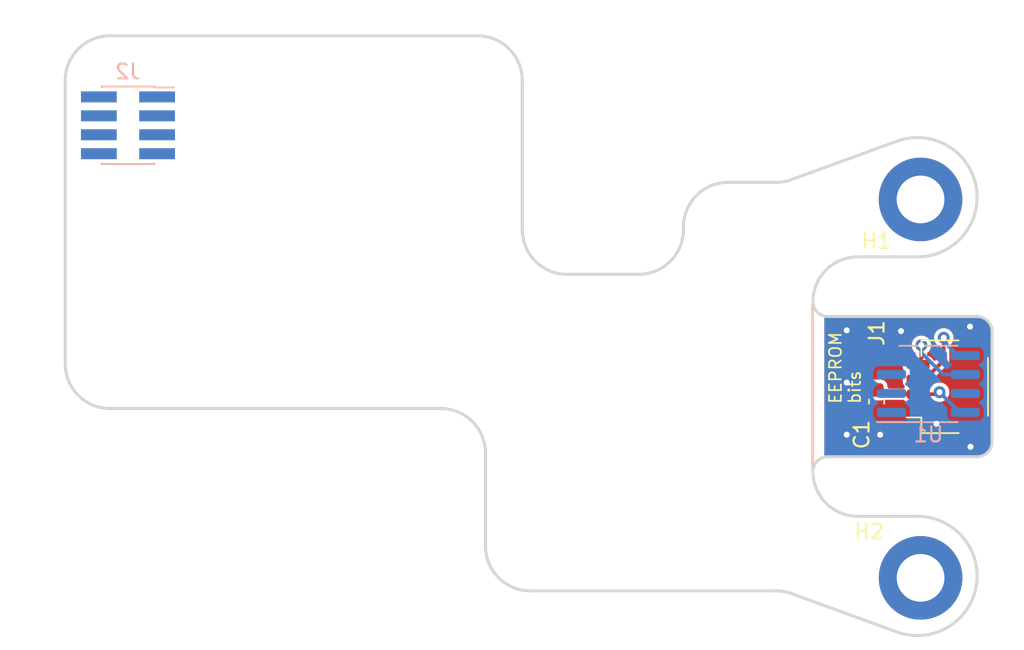
<source format=kicad_pcb>
(kicad_pcb (version 20221018) (generator pcbnew)
  (layers (0 "F.Cu" signal) (31 "B.Cu" signal) (34 "B.Paste" user) (35 "F.Paste" user) (36 "B.SilkS" user "B.Silkscreen") (37 "F.SilkS" user "F.Silkscreen") (38 "B.Mask" user) (39 "F.Mask" user) (44 "Edge.Cuts" user))
  (net 0 "")
  (net 1 "GNDS")
  (net 2 "+5VD")
  (net 3 "/SDA")
  (net 4 "/SCL")
  (net 9 "+5V")
  (net 10 "GND")
  (net 11 "/IO15")
  (net 12 "/IO7")
  (net 13 "/IO16")
  (net 14 "/IO6")
  (net 15 "/IO17")
  (net 16 "/IO5")
  (net 17 "/IO18")
  (net 18 "/IO4")
  (footprint "MountingHole:MountingHole_3.2mm_M3_DIN965_Pad_TopBottom" (layer "F.Cu") (at 104.343038 115.26877)
    (fp_text reference "H2" (at -3.449302 -3.102242) (layer "F.SilkS"))
    (fp_text value "MountingHole_Pad")
    (pad "1" thru_hole circle locked (at 0 0) (size 3.6 3.6) (drill 3.2) (layers "*.Cu" "*.Mask") (net 10 "GND"))
    (pad "1" connect circle locked (at 0 0) (size 5.6 5.6) (layers "F.Cu" "F.Mask") (net 10 "GND"))
    (pad "1" connect circle locked (at 0 0) (size 5.6 5.6) (layers "B.Cu" "B.Mask") (net 10 "GND"))
  )
  (footprint "Capacitor_SMD:C_0603_1608Metric" (layer "F.Cu") (at 101.393736 103.441528 -90)
    (fp_text reference "C1" (at 2.225 1 -90) (layer "F.SilkS"))
    (fp_text value "0603,100nF,50V,X7R ")
    (fp_line (start -0.14058 -0.51) (end 0.14058 -0.51) (stroke (width 0.12)) (layer "F.SilkS"))
    (fp_line (start -0.14058 0.51) (end 0.14058 0.51) (stroke (width 0.12)) (layer "F.SilkS"))
    (pad "1" smd roundrect (at -0.775 0 270) (size 0.9 0.95) (layers "F.Cu" "F.Paste" "F.Mask") (net 2 "+5VD"))
    (pad "2" smd roundrect (at 0.775 0 270) (size 0.9 0.95) (layers "F.Cu" "F.Paste" "F.Mask") (net 1 "GNDS"))
  )
  (footprint "MountingHole:MountingHole_3.2mm_M3_DIN965_Pad_TopBottom" (layer "F.Cu") (at 104.340748 89.886718)
    (fp_text reference "H1" (at -2.947012 2.77981) (layer "F.SilkS"))
    (fp_text value "MountingHole_Pad")
    (pad "1" thru_hole circle locked (at 0 0) (size 3.6 3.6) (drill 3.2) (layers "*.Cu" "*.Mask") (net 9 "+5V"))
    (pad "1" connect circle locked (at 0 0) (size 5.6 5.6) (layers "F.Cu" "F.Mask") (net 9 "+5V"))
    (pad "1" connect circle locked (at 0 0) (size 5.6 5.6) (layers "B.Cu" "B.Mask") (net 9 "+5V"))
  )
  (footprint "Connector_JST:JST_SH_SM04B-SRSS-TB_1x04-1MP_P1.00mm_Horizontal" (layer "F.Cu") (at 106.179172 102.450175 90)
    (fp_text reference "J1" (at 3.598729 -4.776051 90) (layer "F.SilkS"))
    (fp_text value "JST-SH-SM04B")
    (fp_line (start -3.11 -1.785) (end -2.06 -1.785) (stroke (width 0.12)) (layer "F.SilkS"))
    (fp_line (start -3.11 0.715) (end -3.11 -1.785) (stroke (width 0.12)) (layer "F.SilkS"))
    (fp_line (start -2.06 -1.785) (end -2.06 -2.775) (stroke (width 0.12)) (layer "F.SilkS"))
    (fp_line (start -1.94 2.685) (end 1.94 2.685) (stroke (width 0.12)) (layer "F.SilkS"))
    (fp_line (start 3.11 -1.785) (end 2.06 -1.785) (stroke (width 0.12)) (layer "F.SilkS"))
    (fp_line (start 3.11 0.715) (end 3.11 -1.785) (stroke (width 0.12)) (layer "F.SilkS"))
    (pad "1" smd roundrect (at -1.5 -2 90) (size 0.6 1.55) (layers "F.Cu" "F.Paste" "F.Mask") (net 1 "GNDS"))
    (pad "2" smd roundrect (at -0.5 -2 90) (size 0.6 1.55) (layers "F.Cu" "F.Paste" "F.Mask") (net 2 "+5VD"))
    (pad "3" smd roundrect (at 0.5 -2 90) (size 0.6 1.55) (layers "F.Cu" "F.Paste" "F.Mask") (net 3 "/SDA"))
    (pad "4" smd roundrect (at 1.5 -2 90) (size 0.6 1.55) (layers "F.Cu" "F.Paste" "F.Mask") (net 4 "/SCL"))
    (pad "MP" smd roundrect (at -2.8 1.875 90) (size 1.2 1.8) (layers "F.Cu" "F.Paste" "F.Mask") (roundrect_rratio 0.208333) (net 1 "GNDS"))
    (pad "MP" smd roundrect (at 2.8 1.875 90) (size 1.2 1.8) (layers "F.Cu" "F.Paste" "F.Mask") (roundrect_rratio 0.208333) (net 1 "GNDS"))
  )
  (footprint "Connector_PinHeader_1.27mm:PinHeader_2x04_P1.27mm_Vertical_SMD" (layer "B.Cu") (at 51.220131 84.913296 180)
    (fp_text reference "J2" (at 0 3.6) (layer "B.SilkS") (effects (justify mirror)))
    (fp_text value "Conn_02x04_Odd_Even")
    (fp_line (start -3.09 2.535) (end -1.765 2.535) (stroke (width 0.12)) (layer "B.SilkS"))
    (fp_line (start -1.765 -2.6) (end 1.765 -2.6) (stroke (width 0.12)) (layer "B.SilkS"))
    (fp_line (start -1.765 -2.535) (end -1.765 -2.6) (stroke (width 0.12)) (layer "B.SilkS"))
    (fp_line (start -1.765 2.6) (end -1.765 2.535) (stroke (width 0.12)) (layer "B.SilkS"))
    (fp_line (start -1.765 2.6) (end 1.765 2.6) (stroke (width 0.12)) (layer "B.SilkS"))
    (fp_line (start 1.765 -2.535) (end 1.765 -2.6) (stroke (width 0.12)) (layer "B.SilkS"))
    (fp_line (start 1.765 2.6) (end 1.765 2.535) (stroke (width 0.12)) (layer "B.SilkS"))
    (pad "1" smd rect locked (at -1.95 1.905 180) (size 2.4 0.74) (layers "B.Cu" "B.Paste" "B.Mask") (net 11 "/IO15"))
    (pad "2" smd rect locked (at 1.95 1.905 180) (size 2.4 0.74) (layers "B.Cu" "B.Paste" "B.Mask") (net 12 "/IO7"))
    (pad "3" smd rect locked (at -1.95 0.635 180) (size 2.4 0.74) (layers "B.Cu" "B.Paste" "B.Mask") (net 13 "/IO16"))
    (pad "4" smd rect locked (at 1.95 0.635 180) (size 2.4 0.74) (layers "B.Cu" "B.Paste" "B.Mask") (net 14 "/IO6"))
    (pad "5" smd rect locked (at -1.95 -0.635 180) (size 2.4 0.74) (layers "B.Cu" "B.Paste" "B.Mask") (net 15 "/IO17"))
    (pad "6" smd rect locked (at 1.95 -0.635 180) (size 2.4 0.74) (layers "B.Cu" "B.Paste" "B.Mask") (net 16 "/IO5"))
    (pad "7" smd rect locked (at -1.95 -1.905 180) (size 2.4 0.74) (layers "B.Cu" "B.Paste" "B.Mask") (net 17 "/IO18"))
    (pad "8" smd rect locked (at 1.95 -1.905 180) (size 2.4 0.74) (layers "B.Cu" "B.Paste" "B.Mask") (net 18 "/IO4"))
  )
  (footprint "Package_SO:SOIC-8_3.9x4.9mm_P1.27mm" (layer "B.Cu") (at 104.868736 102.261528)
    (fp_text reference "U1" (at 0 3.4) (layer "B.SilkS") (effects (justify mirror)))
    (fp_text value "M24C01-FMN")
    (fp_line (start 0 -2.56) (end -1.95 -2.56) (stroke (width 0.12)) (layer "B.SilkS"))
    (fp_line (start 0 -2.56) (end 1.95 -2.56) (stroke (width 0.12)) (layer "B.SilkS"))
    (fp_line (start 0 2.56) (end -3.45 2.56) (stroke (width 0.12)) (layer "B.SilkS"))
    (fp_line (start 0 2.56) (end 1.95 2.56) (stroke (width 0.12)) (layer "B.SilkS"))
    (pad "1" smd roundrect (at -2.475 1.905) (size 1.95 0.6) (layers "B.Cu" "B.Paste" "B.Mask"))
    (pad "2" smd roundrect (at -2.475 0.635) (size 1.95 0.6) (layers "B.Cu" "B.Paste" "B.Mask"))
    (pad "3" smd roundrect (at -2.475 -0.635) (size 1.95 0.6) (layers "B.Cu" "B.Paste" "B.Mask"))
    (pad "4" smd roundrect (at -2.475 -1.905) (size 1.95 0.6) (layers "B.Cu" "B.Paste" "B.Mask") (net 1 "GNDS"))
    (pad "5" smd roundrect (at 2.475 -1.905) (size 1.95 0.6) (layers "B.Cu" "B.Paste" "B.Mask") (net 3 "/SDA"))
    (pad "6" smd roundrect (at 2.475 -0.635) (size 1.95 0.6) (layers "B.Cu" "B.Paste" "B.Mask") (net 4 "/SCL"))
    (pad "7" smd roundrect (at 2.475 0.635) (size 1.95 0.6) (layers "B.Cu" "B.Paste" "B.Mask"))
    (pad "8" smd roundrect (at 2.475 1.905) (size 1.95 0.6) (layers "B.Cu" "B.Paste" "B.Mask") (net 2 "+5VD"))
  )
  (gr_line (start 97.1 108.115271) (end 97.1 96.840318) (stroke (width 0.15)) (layer "B.SilkS"))
  (gr_line (start 97.1 96.840318) (end 97.1 108.115271) (stroke (width 0.15)) (layer "F.SilkS"))
  (gr_arc (start 72.182112 103.909392) (mid 74.303432 104.788072) (end 75.182112 106.909392) (stroke (width 0.2)) (layer "Edge.Cuts"))
  (gr_line (start 50.014852 103.909392) (end 72.182112 103.909392) (stroke (width 0.2)) (layer "Edge.Cuts"))
  (gr_arc (start 109.129852 106.139392) (mid 108.836959 106.846499) (end 108.129852 107.139392) (stroke (width 0.2)) (layer "Edge.Cuts"))
  (gr_arc (start 88.447852 91.909392) (mid 87.569172 94.030712) (end 85.447852 94.909392) (stroke (width 0.2)) (layer "Edge.Cuts"))
  (gr_arc (start 80.647852 94.909392) (mid 78.526532 94.030712) (end 77.647852 91.909392) (stroke (width 0.2)) (layer "Edge.Cuts"))
  (gr_line (start 95.679191 116.320314) (end 102.761771 118.898162) (stroke (width 0.2)) (layer "Edge.Cuts"))
  (gr_line (start 108.129852 107.139392) (end 98.129852 107.139392) (stroke (width 0.2)) (layer "Edge.Cuts"))
  (gr_arc (start 97.129852 108.139392) (mid 97.422745 107.432285) (end 98.129852 107.139392) (stroke (width 0.2)) (layer "Edge.Cuts"))
  (gr_arc (start 74.647852 78.909392) (mid 76.769172 79.788072) (end 77.647852 81.909392) (stroke (width 0.2)) (layer "Edge.Cuts"))
  (gr_line (start 109.129852 98.739392) (end 109.129852 106.139392) (stroke (width 0.2)) (layer "Edge.Cuts"))
  (gr_line (start 47.014852 81.909392) (end 47.014852 100.909392) (stroke (width 0.2)) (layer "Edge.Cuts"))
  (gr_arc (start 78.182112 116.139392) (mid 76.060791 115.260713) (end 75.182112 113.139392) (stroke (width 0.2)) (layer "Edge.Cuts"))
  (gr_arc (start 50.014852 103.909392) (mid 47.893532 103.030712) (end 47.014852 100.909392) (stroke (width 0.2)) (layer "Edge.Cuts"))
  (gr_arc (start 88.447852 91.739392) (mid 89.326532 89.618072) (end 91.447852 88.739392) (stroke (width 0.2)) (layer "Edge.Cuts"))
  (gr_line (start 78.182112 116.139392) (end 94.653131 116.139392) (stroke (width 0.2)) (layer "Edge.Cuts"))
  (gr_arc (start 108.129852 97.739392) (mid 108.836959 98.032285) (end 109.129852 98.739392) (stroke (width 0.2)) (layer "Edge.Cuts"))
  (gr_line (start 74.647852 78.909392) (end 50.014852 78.909392) (stroke (width 0.2)) (layer "Edge.Cuts"))
  (gr_line (start 85.447852 94.909392) (end 80.647852 94.909392) (stroke (width 0.2)) (layer "Edge.Cuts"))
  (gr_arc (start 104.129852 111.139392) (mid 108.069083 115.833985) (end 102.761771 118.898162) (stroke (width 0.2)) (layer "Edge.Cuts"))
  (gr_arc (start 95.679191 88.55847) (mid 95.174075 88.693815) (end 94.653131 88.739392) (stroke (width 0.2)) (layer "Edge.Cuts"))
  (gr_line (start 88.447852 91.739392) (end 88.447852 91.909392) (stroke (width 0.2)) (layer "Edge.Cuts"))
  (gr_line (start 104.129852 111.139392) (end 100.129852 111.139392) (stroke (width 0.2)) (layer "Edge.Cuts"))
  (gr_line (start 100.129852 93.739392) (end 104.129852 93.739392) (stroke (width 0.2)) (layer "Edge.Cuts"))
  (gr_line (start 75.182112 106.909392) (end 75.182112 113.139392) (stroke (width 0.2)) (layer "Edge.Cuts"))
  (gr_arc (start 47.014852 81.909392) (mid 47.893532 79.788072) (end 50.014852 78.909392) (stroke (width 0.2)) (layer "Edge.Cuts"))
  (gr_arc (start 97.129852 96.739392) (mid 98.008532 94.618072) (end 100.129852 93.739392) (stroke (width 0.2)) (layer "Edge.Cuts"))
  (gr_arc (start 94.653131 116.139392) (mid 95.174075 116.184969) (end 95.679191 116.320314) (stroke (width 0.2)) (layer "Edge.Cuts"))
  (gr_arc (start 98.129852 97.739392) (mid 97.422745 97.446499) (end 97.129852 96.739392) (stroke (width 0.2)) (layer "Edge.Cuts"))
  (gr_line (start 77.647852 91.909392) (end 77.647852 81.909392) (stroke (width 0.2)) (layer "Edge.Cuts"))
  (gr_arc (start 102.761771 85.980622) (mid 108.069083 89.044799) (end 104.129852 93.739392) (stroke (width 0.2)) (layer "Edge.Cuts"))
  (gr_arc (start 100.129852 111.139392) (mid 98.008532 110.260712) (end 97.129852 108.139392) (stroke (width 0.2)) (layer "Edge.Cuts"))
  (gr_line (start 102.761771 85.980622) (end 95.679191 88.55847) (stroke (width 0.2)) (layer "Edge.Cuts"))
  (gr_line (start 94.653131 88.739392) (end 91.447852 88.739392) (stroke (width 0.2)) (layer "Edge.Cuts"))
  (gr_line (start 98.129852 97.739392) (end 108.129852 97.739392) (stroke (width 0.2)) (layer "Edge.Cuts"))
  (gr_text "EEPROM \nbits" (at 100.393736 103.666528 90) (layer "F.SilkS") (effects (font (size 0.8 0.8) (thickness 0.12)) (justify left bottom)))
  (segment (start 101.393736 104.216528) (end 101.845007 103.765257) (width 0.25) (layer "F.Cu") (net 1))
  (segment (start 101.845007 103.765257) (end 104.169787 103.765257) (width 0.25) (layer "F.Cu") (net 1))
  (via (at 99.393736 102.166528) (size 0.8) (drill 0.4) (layers "F.Cu" "B.Cu") (net 1))
  (via (at 103.03015 98.719082) (size 0.8) (drill 0.4) (layers "F.Cu" "B.Cu") (net 1))
  (via (at 101.633511 105.666528) (size 0.8) (drill 0.4) (layers "F.Cu" "B.Cu") (net 1))
  (via (at 107.685614 106.478189) (size 0.8) (drill 0.4) (layers "F.Cu" "B.Cu") (net 1))
  (via (at 107.656518 98.418416) (size 0.8) (drill 0.4) (layers "F.Cu" "B.Cu") (net 1))
  (via (at 99.393736 98.666528) (size 0.8) (drill 0.4) (layers "F.Cu" "B.Cu") (net 1))
  (via (at 99.393736 105.666528) (size 0.8) (drill 0.4) (layers "F.Cu" "B.Cu") (net 1))
  (via (at 105.406377 104.936066) (size 0.8) (drill 0.4) (layers "F.Cu" "B.Cu") (net 1))
  (segment (start 101.677383 102.950175) (end 101.393736 102.666528) (width 0.25) (layer "F.Cu") (net 2))
  (segment (start 105.476616 102.950175) (end 101.677383 102.950175) (width 0.25) (layer "F.Cu") (net 2))
  (segment (start 105.611547 102.815244) (end 105.476616 102.950175) (width 0.25) (layer "F.Cu") (net 2))
  (via (at 105.611547 102.815244) (size 0.8) (drill 0.4) (layers "F.Cu" "B.Cu") (net 2))
  (segment (start 107.343736 104.166528) (end 106.962831 104.166528) (width 0.25) (layer "B.Cu") (net 2))
  (segment (start 106.962831 104.166528) (end 105.611547 102.815244) (width 0.25) (layer "B.Cu") (net 2))
  (segment (start 104.179172 101.950175) (end 104.625923 101.950175) (width 0.25) (layer "F.Cu") (net 3))
  (segment (start 104.169787 101.94079) (end 104.179172 101.950175) (width 0.25) (layer "F.Cu") (net 3))
  (segment (start 105.893736 100.682362) (end 105.893736 99.166528) (width 0.25) (layer "F.Cu") (net 3))
  (segment (start 104.169787 101.765257) (end 104.169787 101.94079) (width 0.25) (layer "F.Cu") (net 3))
  (segment (start 104.625923 101.950175) (end 105.893736 100.682362) (width 0.25) (layer "F.Cu") (net 3))
  (via (at 105.893736 99.166528) (size 0.8) (drill 0.4) (layers "F.Cu" "B.Cu") (net 3))
  (segment (start 105.893736 99.406528) (end 106.843736 100.356528) (width 0.25) (layer "B.Cu") (net 3))
  (segment (start 105.893736 99.166528) (end 105.893736 99.406528) (width 0.25) (layer "B.Cu") (net 3))
  (segment (start 104.393736 100.541308) (end 104.169787 100.765257) (width 0.25) (layer "F.Cu") (net 4))
  (segment (start 104.393736 99.666528) (end 104.393736 100.541308) (width 0.25) (layer "F.Cu") (net 4))
  (via (at 104.393736 99.666528) (size 0.8) (drill 0.4) (layers "F.Cu" "B.Cu") (net 4))
  (segment (start 106.843736 101.626528) (end 105.853736 101.626528) (width 0.25) (layer "B.Cu") (net 4))
  (segment (start 104.393736 100.166528) (end 104.393736 99.666528) (width 0.25) (layer "B.Cu") (net 4))
  (segment (start 105.853736 101.626528) (end 104.393736 100.166528) (width 0.25) (layer "B.Cu") (net 4))
  (zone (net 1) (net_name "GNDS") (layers "F&B.Cu") (connect_pads yes (clearance 0.25)) (min_thickness 0.25) (fill yes (thermal_gap 0.5) (thermal_bridge_width 0.5))
    (polygon (pts (xy 97.893736 97.739494) (xy 97.893736 107.166528) (xy 109.393736 107.166528) (xy 109.393736 97.666528)))
  )
)
</source>
